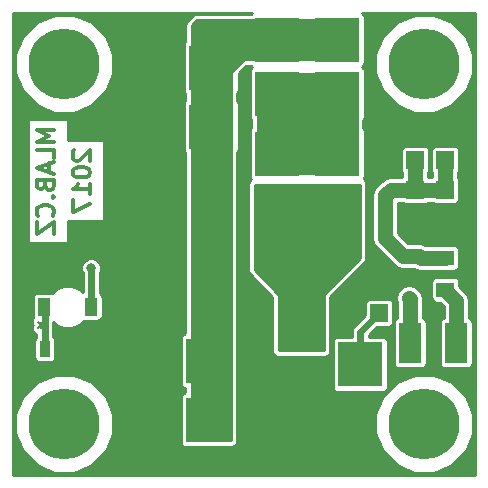
<source format=gbr>
G04 #@! TF.GenerationSoftware,KiCad,Pcbnew,(2017-02-05 revision 431abcf)-makepkg*
G04 #@! TF.CreationDate,2017-06-05T07:49:38+02:00*
G04 #@! TF.ProjectId,UNIPOWER07A,554E49504F5745523037412E6B696361,rev?*
G04 #@! TF.FileFunction,Copper,L2,Bot,Signal*
G04 #@! TF.FilePolarity,Positive*
%FSLAX46Y46*%
G04 Gerber Fmt 4.6, Leading zero omitted, Abs format (unit mm)*
G04 Created by KiCad (PCBNEW (2017-02-05 revision 431abcf)-makepkg) date 06/05/17 07:49:38*
%MOMM*%
%LPD*%
G01*
G04 APERTURE LIST*
%ADD10C,0.300000*%
%ADD11C,0.150000*%
%ADD12C,6.000000*%
%ADD13R,1.500000X1.300000*%
%ADD14R,3.000000X0.700000*%
%ADD15R,3.810000X3.810000*%
%ADD16R,2.499360X2.301240*%
%ADD17R,1.050000X1.500000*%
%ADD18R,1.900000X3.400000*%
%ADD19R,1.524000X1.524000*%
%ADD20R,0.889000X1.397000*%
%ADD21C,0.800000*%
%ADD22C,0.200000*%
%ADD23C,0.600000*%
%ADD24C,1.300000*%
%ADD25C,0.254000*%
G04 APERTURE END LIST*
D10*
X4234571Y29975428D02*
X2734571Y29975428D01*
X3806000Y29475428D01*
X2734571Y28975428D01*
X4234571Y28975428D01*
X4234571Y27546857D02*
X4234571Y28261142D01*
X2734571Y28261142D01*
X3806000Y27118285D02*
X3806000Y26404000D01*
X4234571Y27261142D02*
X2734571Y26761142D01*
X4234571Y26261142D01*
X3448857Y25261142D02*
X3520285Y25046857D01*
X3591714Y24975428D01*
X3734571Y24904000D01*
X3948857Y24904000D01*
X4091714Y24975428D01*
X4163142Y25046857D01*
X4234571Y25189714D01*
X4234571Y25761142D01*
X2734571Y25761142D01*
X2734571Y25261142D01*
X2806000Y25118285D01*
X2877428Y25046857D01*
X3020285Y24975428D01*
X3163142Y24975428D01*
X3306000Y25046857D01*
X3377428Y25118285D01*
X3448857Y25261142D01*
X3448857Y25761142D01*
X4091714Y24261142D02*
X4163142Y24189714D01*
X4234571Y24261142D01*
X4163142Y24332571D01*
X4091714Y24261142D01*
X4234571Y24261142D01*
X4091714Y22689714D02*
X4163142Y22761142D01*
X4234571Y22975428D01*
X4234571Y23118285D01*
X4163142Y23332571D01*
X4020285Y23475428D01*
X3877428Y23546857D01*
X3591714Y23618285D01*
X3377428Y23618285D01*
X3091714Y23546857D01*
X2948857Y23475428D01*
X2806000Y23332571D01*
X2734571Y23118285D01*
X2734571Y22975428D01*
X2806000Y22761142D01*
X2877428Y22689714D01*
X2734571Y22189714D02*
X2734571Y21189714D01*
X4234571Y22189714D01*
X4234571Y21189714D01*
X5925428Y28225428D02*
X5854000Y28154000D01*
X5782571Y28011142D01*
X5782571Y27654000D01*
X5854000Y27511142D01*
X5925428Y27439714D01*
X6068285Y27368285D01*
X6211142Y27368285D01*
X6425428Y27439714D01*
X7282571Y28296857D01*
X7282571Y27368285D01*
X5782571Y26439714D02*
X5782571Y26296857D01*
X5854000Y26154000D01*
X5925428Y26082571D01*
X6068285Y26011142D01*
X6354000Y25939714D01*
X6711142Y25939714D01*
X6996857Y26011142D01*
X7139714Y26082571D01*
X7211142Y26154000D01*
X7282571Y26296857D01*
X7282571Y26439714D01*
X7211142Y26582571D01*
X7139714Y26654000D01*
X6996857Y26725428D01*
X6711142Y26796857D01*
X6354000Y26796857D01*
X6068285Y26725428D01*
X5925428Y26654000D01*
X5854000Y26582571D01*
X5782571Y26439714D01*
X7282571Y24511142D02*
X7282571Y25368285D01*
X7282571Y24939714D02*
X5782571Y24939714D01*
X5996857Y25082571D01*
X6139714Y25225428D01*
X6211142Y25368285D01*
X5782571Y24011142D02*
X5782571Y23011142D01*
X7282571Y23654000D01*
D11*
X3151120Y13479780D02*
X2831080Y13174980D01*
X3113020Y13464540D02*
X2838700Y13736320D01*
X3143500Y13736320D02*
X3148580Y13167360D01*
D12*
X35560000Y35560000D03*
X35560000Y5080000D03*
X5080000Y35560000D03*
X5080000Y5080000D03*
D13*
X37338000Y16430000D03*
D14*
X37338000Y17780000D03*
D13*
X37338000Y19130000D03*
D15*
X25146000Y7008000D03*
X25146000Y13208000D03*
X30146000Y10108000D03*
D16*
X17272000Y18288000D03*
X12974320Y18288000D03*
D17*
X7366000Y14986000D03*
X3366000Y14986000D03*
D15*
X28194000Y27940000D03*
X23114000Y27940000D03*
X23126700Y23368000D03*
X28206700Y23368000D03*
D18*
X38272000Y11938000D03*
X34372000Y11938000D03*
D15*
X17272000Y10414000D03*
X17272000Y5414000D03*
X12192000Y5414000D03*
X12192000Y10414000D03*
D19*
X31750000Y14478000D03*
D15*
X17526000Y35226000D03*
X17526000Y30226000D03*
X12446000Y30226000D03*
X12446000Y35226000D03*
D19*
X34798000Y29972000D03*
X37338000Y29972000D03*
X34798000Y27432000D03*
X37338000Y27432000D03*
X34798000Y24892000D03*
X37338000Y24892000D03*
X34798000Y22352000D03*
X37338000Y22352000D03*
D20*
X3429000Y11430000D03*
X5334000Y11430000D03*
D15*
X28206700Y33020000D03*
X23126700Y33020000D03*
X23114000Y37592000D03*
X28194000Y37592000D03*
D21*
X28448000Y15748000D03*
X28448000Y14224000D03*
X29718000Y14224000D03*
X29718000Y15494000D03*
X30734000Y16510000D03*
X29972000Y17272000D03*
X35560000Y16510000D03*
X34798000Y17780000D03*
X28194000Y7112000D03*
X28194000Y5842000D03*
X28194000Y4572000D03*
X27178000Y3810000D03*
X25908000Y3810000D03*
X24638000Y3810000D03*
X23368000Y3810000D03*
X22098000Y4318000D03*
X22098000Y5588000D03*
X22098000Y6858000D03*
X22098000Y8128000D03*
X22098000Y9398000D03*
X13970000Y16256000D03*
X12700000Y16256000D03*
X14732000Y20320000D03*
X13462000Y20320000D03*
X12446000Y20320000D03*
X11176000Y20320000D03*
X39116000Y20574000D03*
X39116000Y24892000D03*
X39116000Y23622000D03*
X39116000Y22352000D03*
X39116000Y26416000D03*
X39116000Y27686000D03*
X39116000Y28702000D03*
X39116000Y29972000D03*
X33020000Y28448000D03*
X31496000Y28448000D03*
X31496000Y27432000D03*
X33020000Y27432000D03*
X9652000Y25908000D03*
X11176000Y25908000D03*
X12446000Y25908000D03*
X13716000Y25908000D03*
X13716000Y27178000D03*
X12446000Y27178000D03*
X11176000Y27178000D03*
X9652000Y27178000D03*
X10922000Y15240000D03*
X11938000Y15240000D03*
X12954000Y15240000D03*
X12954000Y14224000D03*
X11938000Y14224000D03*
X10922000Y14224000D03*
X10922000Y13208000D03*
X11938000Y13208000D03*
X12954000Y13208000D03*
X17272000Y18288000D03*
X34290000Y15748000D03*
X17272000Y20828000D03*
X7366000Y18288000D03*
D22*
X28448000Y14224000D02*
X28448000Y15748000D01*
X29718000Y15494000D02*
X29718000Y14224000D01*
X29972000Y17272000D02*
X30734000Y16510000D01*
X34798000Y17780000D02*
X34798000Y17272000D01*
X34798000Y17272000D02*
X35560000Y16510000D01*
X28194000Y5842000D02*
X28194000Y7112000D01*
X27178000Y3810000D02*
X27432000Y3810000D01*
X27432000Y3810000D02*
X28194000Y4572000D01*
X25908000Y3810000D02*
X27178000Y3810000D01*
X23368000Y3810000D02*
X24638000Y3810000D01*
X22098000Y5588000D02*
X22098000Y4318000D01*
X22098000Y8128000D02*
X22098000Y6858000D01*
X25146000Y7008000D02*
X25146000Y9113000D01*
X25146000Y9113000D02*
X24861000Y9398000D01*
X24861000Y9398000D02*
X22098000Y9398000D01*
X12974320Y18288000D02*
X12974320Y16937380D01*
X12974320Y16937380D02*
X12700000Y16663060D01*
X12700000Y16663060D02*
X12700000Y16256000D01*
X12446000Y20320000D02*
X13462000Y20320000D01*
X12974320Y18288000D02*
X12875260Y18288000D01*
X12875260Y18288000D02*
X11176000Y19987260D01*
X11176000Y19987260D02*
X11176000Y20320000D01*
X39116000Y23622000D02*
X39116000Y24892000D01*
X37338000Y22352000D02*
X39116000Y22352000D01*
X39116000Y28702000D02*
X39116000Y27686000D01*
X37338000Y29972000D02*
X39116000Y29972000D01*
X31496000Y28448000D02*
X33020000Y28448000D01*
X33020000Y27432000D02*
X31496000Y27432000D01*
X11176000Y25908000D02*
X9652000Y25908000D01*
X13716000Y25908000D02*
X12446000Y25908000D01*
X12446000Y27178000D02*
X13716000Y27178000D01*
X9652000Y27178000D02*
X11176000Y27178000D01*
X11938000Y15240000D02*
X10922000Y15240000D01*
X12954000Y14224000D02*
X12954000Y15240000D01*
X10922000Y14224000D02*
X11938000Y14224000D01*
X11938000Y13208000D02*
X10922000Y13208000D01*
X12192000Y10414000D02*
X12192000Y12519000D01*
X12192000Y12519000D02*
X12881000Y13208000D01*
X12881000Y13208000D02*
X12954000Y13208000D01*
D23*
X30146000Y10108000D02*
X30146000Y12874000D01*
X30146000Y12874000D02*
X31750000Y14478000D01*
D24*
X34372000Y11938000D02*
X34372000Y15666000D01*
X34372000Y15666000D02*
X34290000Y15748000D01*
D23*
X7366000Y14986000D02*
X7366000Y18288000D01*
X17272000Y20828000D02*
X17272000Y29972000D01*
X17272000Y29972000D02*
X17526000Y30226000D01*
D24*
X38272000Y11938000D02*
X38272000Y15496000D01*
X38272000Y15496000D02*
X37338000Y16430000D01*
X37338000Y24892000D02*
X37338000Y27432000D01*
X34798000Y24892000D02*
X34798000Y27432000D01*
X34798000Y24892000D02*
X37338000Y24892000D01*
X37338000Y19130000D02*
X35288000Y19130000D01*
X35288000Y19130000D02*
X35114000Y19304000D01*
X32736000Y24892000D02*
X34798000Y24892000D01*
X35114000Y19304000D02*
X33782000Y19304000D01*
X33782000Y19304000D02*
X32258000Y20828000D01*
X32258000Y20828000D02*
X32258000Y24414000D01*
X32258000Y24414000D02*
X32736000Y24892000D01*
D23*
X3429000Y11430000D02*
X3429000Y14923000D01*
X3429000Y14923000D02*
X3366000Y14986000D01*
D25*
G36*
X20901150Y39804850D02*
X20895905Y39797000D01*
X16256000Y39797000D01*
X16092594Y39764497D01*
X15954065Y39671935D01*
X15446065Y39163935D01*
X15353503Y39025406D01*
X15321000Y38862000D01*
X15321000Y37444095D01*
X15313150Y37438850D01*
X15218775Y37297607D01*
X15185635Y37131000D01*
X15185635Y33321000D01*
X15218775Y33154393D01*
X15313150Y33013150D01*
X15321000Y33007905D01*
X15321000Y32444095D01*
X15313150Y32438850D01*
X15218775Y32297607D01*
X15185635Y32131000D01*
X15185635Y28321000D01*
X15218775Y28154393D01*
X15313150Y28013150D01*
X15321000Y28007905D01*
X15321000Y12745215D01*
X15200393Y12721225D01*
X15059150Y12626850D01*
X14964775Y12485607D01*
X14931635Y12319000D01*
X14931635Y8509000D01*
X14964775Y8342393D01*
X15059150Y8201150D01*
X15200393Y8106775D01*
X15321000Y8082785D01*
X15321000Y7745215D01*
X15200393Y7721225D01*
X15059150Y7626850D01*
X14964775Y7485607D01*
X14931635Y7319000D01*
X14931635Y3509000D01*
X14964775Y3342393D01*
X15059150Y3201150D01*
X15200393Y3106775D01*
X15367000Y3073635D01*
X19177000Y3073635D01*
X19343607Y3106775D01*
X19405022Y3147811D01*
X19467406Y3160208D01*
X19605935Y3252770D01*
X19698497Y3391299D01*
X19731000Y3554705D01*
X19731000Y4262690D01*
X31432285Y4262690D01*
X32059259Y2745296D01*
X33219190Y1583340D01*
X34735487Y953718D01*
X36377310Y952285D01*
X37894704Y1579259D01*
X39056660Y2739190D01*
X39686282Y4255487D01*
X39687715Y5897310D01*
X39060741Y7414704D01*
X37900810Y8576660D01*
X36384513Y9206282D01*
X34742690Y9207715D01*
X33225296Y8580741D01*
X32063340Y7420810D01*
X31433718Y5904513D01*
X31432285Y4262690D01*
X19731000Y4262690D01*
X19731000Y28007905D01*
X19738850Y28013150D01*
X19833225Y28154393D01*
X19866365Y28321000D01*
X19866365Y32131000D01*
X19833225Y32297607D01*
X19738850Y32438850D01*
X19731000Y32444095D01*
X19731000Y33007905D01*
X19738850Y33013150D01*
X19833225Y33154393D01*
X19866365Y33321000D01*
X19866365Y34756495D01*
X20496870Y35387000D01*
X20895905Y35387000D01*
X20901150Y35379150D01*
X21016977Y35301757D01*
X20913850Y35232850D01*
X20819475Y35091607D01*
X20786335Y34925000D01*
X20786335Y31115000D01*
X20819475Y30948393D01*
X20909000Y30814409D01*
X20909000Y30158095D01*
X20901150Y30152850D01*
X20806775Y30011607D01*
X20773635Y29845000D01*
X20773635Y26035000D01*
X20806775Y25868393D01*
X20875424Y25765652D01*
X20780065Y25701935D01*
X20687503Y25563406D01*
X20655000Y25400000D01*
X20655000Y18034000D01*
X20687503Y17870594D01*
X20780065Y17732065D01*
X22687000Y15825130D01*
X22687000Y11176000D01*
X22719503Y11012594D01*
X22812065Y10874065D01*
X22950594Y10781503D01*
X23114000Y10749000D01*
X27178000Y10749000D01*
X27341406Y10781503D01*
X27479935Y10874065D01*
X27572497Y11012594D01*
X27605000Y11176000D01*
X27605000Y12013000D01*
X27805635Y12013000D01*
X27805635Y8203000D01*
X27838775Y8036393D01*
X27933150Y7895150D01*
X28074393Y7800775D01*
X28241000Y7767635D01*
X32051000Y7767635D01*
X32217607Y7800775D01*
X32358850Y7895150D01*
X32453225Y8036393D01*
X32486365Y8203000D01*
X32486365Y12013000D01*
X32453225Y12179607D01*
X32358850Y12320850D01*
X32217607Y12415225D01*
X32051000Y12448365D01*
X30873000Y12448365D01*
X30873000Y12572866D01*
X31580768Y13280635D01*
X32512000Y13280635D01*
X32678607Y13313775D01*
X32819850Y13408150D01*
X32914225Y13549393D01*
X32931849Y13638000D01*
X32986635Y13638000D01*
X32986635Y10238000D01*
X33019775Y10071393D01*
X33114150Y9930150D01*
X33255393Y9835775D01*
X33422000Y9802635D01*
X35322000Y9802635D01*
X35488607Y9835775D01*
X35629850Y9930150D01*
X35724225Y10071393D01*
X35757365Y10238000D01*
X35757365Y13638000D01*
X35724225Y13804607D01*
X35629850Y13945850D01*
X35488607Y14040225D01*
X35449000Y14048103D01*
X35449000Y15666000D01*
X35367018Y16078150D01*
X35133554Y16427554D01*
X35051554Y16509554D01*
X34702150Y16743018D01*
X34290000Y16825000D01*
X33877850Y16743018D01*
X33528446Y16509554D01*
X33294982Y16160150D01*
X33213000Y15748000D01*
X33294982Y15335850D01*
X33295000Y15335823D01*
X33295000Y14048103D01*
X33255393Y14040225D01*
X33114150Y13945850D01*
X33019775Y13804607D01*
X32986635Y13638000D01*
X32931849Y13638000D01*
X32947365Y13716000D01*
X32947365Y15240000D01*
X32914225Y15406607D01*
X32819850Y15547850D01*
X32678607Y15642225D01*
X32512000Y15675365D01*
X30988000Y15675365D01*
X30821393Y15642225D01*
X30680150Y15547850D01*
X30585775Y15406607D01*
X30552635Y15240000D01*
X30552635Y14308768D01*
X29631933Y13388067D01*
X29474340Y13152211D01*
X29474340Y13152210D01*
X29418999Y12874000D01*
X29419000Y12873995D01*
X29419000Y12448365D01*
X28241000Y12448365D01*
X28074393Y12415225D01*
X27933150Y12320850D01*
X27838775Y12179607D01*
X27805635Y12013000D01*
X27605000Y12013000D01*
X27605000Y15825130D01*
X28859870Y17080000D01*
X36152635Y17080000D01*
X36152635Y15780000D01*
X36185775Y15613393D01*
X36280150Y15472150D01*
X36421393Y15377775D01*
X36588000Y15344635D01*
X36900257Y15344635D01*
X37195000Y15049892D01*
X37195000Y14048103D01*
X37155393Y14040225D01*
X37014150Y13945850D01*
X36919775Y13804607D01*
X36886635Y13638000D01*
X36886635Y10238000D01*
X36919775Y10071393D01*
X37014150Y9930150D01*
X37155393Y9835775D01*
X37322000Y9802635D01*
X39222000Y9802635D01*
X39388607Y9835775D01*
X39529850Y9930150D01*
X39624225Y10071393D01*
X39657365Y10238000D01*
X39657365Y13638000D01*
X39624225Y13804607D01*
X39529850Y13945850D01*
X39388607Y14040225D01*
X39349000Y14048103D01*
X39349000Y15496000D01*
X39267018Y15908150D01*
X39033554Y16257554D01*
X38523365Y16767743D01*
X38523365Y17080000D01*
X38490225Y17246607D01*
X38395850Y17387850D01*
X38254607Y17482225D01*
X38088000Y17515365D01*
X36588000Y17515365D01*
X36421393Y17482225D01*
X36280150Y17387850D01*
X36185775Y17246607D01*
X36152635Y17080000D01*
X28859870Y17080000D01*
X30527935Y18748065D01*
X30620497Y18886594D01*
X30653000Y19050000D01*
X30653000Y24414000D01*
X31181000Y24414000D01*
X31181000Y20828000D01*
X31262982Y20415850D01*
X31496446Y20066446D01*
X33020446Y18542446D01*
X33369850Y18308982D01*
X33782000Y18227000D01*
X34738135Y18227000D01*
X34875850Y18134982D01*
X35288000Y18053000D01*
X36545946Y18053000D01*
X36588000Y18044635D01*
X38088000Y18044635D01*
X38254607Y18077775D01*
X38395850Y18172150D01*
X38490225Y18313393D01*
X38523365Y18480000D01*
X38523365Y19780000D01*
X38490225Y19946607D01*
X38395850Y20087850D01*
X38254607Y20182225D01*
X38088000Y20215365D01*
X36588000Y20215365D01*
X36545946Y20207000D01*
X35663865Y20207000D01*
X35526150Y20299018D01*
X35114000Y20381000D01*
X34228108Y20381000D01*
X33335000Y21274108D01*
X33335000Y23815000D01*
X33738851Y23815000D01*
X33869393Y23727775D01*
X34036000Y23694635D01*
X35560000Y23694635D01*
X35726607Y23727775D01*
X35857149Y23815000D01*
X36278851Y23815000D01*
X36409393Y23727775D01*
X36576000Y23694635D01*
X38100000Y23694635D01*
X38266607Y23727775D01*
X38407850Y23822150D01*
X38502225Y23963393D01*
X38535365Y24130000D01*
X38535365Y25654000D01*
X38502225Y25820607D01*
X38415000Y25951149D01*
X38415000Y26372851D01*
X38502225Y26503393D01*
X38535365Y26670000D01*
X38535365Y28194000D01*
X38502225Y28360607D01*
X38407850Y28501850D01*
X38266607Y28596225D01*
X38100000Y28629365D01*
X36576000Y28629365D01*
X36409393Y28596225D01*
X36268150Y28501850D01*
X36173775Y28360607D01*
X36140635Y28194000D01*
X36140635Y26670000D01*
X36173775Y26503393D01*
X36261000Y26372851D01*
X36261000Y25969000D01*
X35875000Y25969000D01*
X35875000Y26372851D01*
X35962225Y26503393D01*
X35995365Y26670000D01*
X35995365Y28194000D01*
X35962225Y28360607D01*
X35867850Y28501850D01*
X35726607Y28596225D01*
X35560000Y28629365D01*
X34036000Y28629365D01*
X33869393Y28596225D01*
X33728150Y28501850D01*
X33633775Y28360607D01*
X33600635Y28194000D01*
X33600635Y26670000D01*
X33633775Y26503393D01*
X33721000Y26372851D01*
X33721000Y25969000D01*
X32736000Y25969000D01*
X32323850Y25887018D01*
X31974446Y25653554D01*
X31496446Y25175554D01*
X31262982Y24826150D01*
X31181000Y24414000D01*
X30653000Y24414000D01*
X30653000Y25400000D01*
X30620497Y25563406D01*
X30527935Y25701935D01*
X30432576Y25765652D01*
X30501225Y25868393D01*
X30534365Y26035000D01*
X30534365Y29845000D01*
X30501225Y30011607D01*
X30406850Y30152850D01*
X30399000Y30158095D01*
X30399000Y30793419D01*
X30419550Y30807150D01*
X30513925Y30948393D01*
X30547065Y31115000D01*
X30547065Y34742690D01*
X31432285Y34742690D01*
X32059259Y33225296D01*
X33219190Y32063340D01*
X34735487Y31433718D01*
X36377310Y31432285D01*
X37894704Y32059259D01*
X39056660Y33219190D01*
X39686282Y34735487D01*
X39687715Y36377310D01*
X39060741Y37894704D01*
X37900810Y39056660D01*
X36384513Y39686282D01*
X34742690Y39687715D01*
X33225296Y39060741D01*
X32063340Y37900810D01*
X31433718Y36384513D01*
X31432285Y34742690D01*
X30547065Y34742690D01*
X30547065Y34925000D01*
X30513925Y35091607D01*
X30419550Y35232850D01*
X30303723Y35310243D01*
X30406850Y35379150D01*
X30501225Y35520393D01*
X30534365Y35687000D01*
X30534365Y39497000D01*
X30501225Y39663607D01*
X30406850Y39804850D01*
X30288393Y39884000D01*
X39884000Y39884000D01*
X39884000Y756000D01*
X756000Y756000D01*
X756000Y4262690D01*
X952285Y4262690D01*
X1579259Y2745296D01*
X2739190Y1583340D01*
X4255487Y953718D01*
X5897310Y952285D01*
X7414704Y1579259D01*
X8576660Y2739190D01*
X9206282Y4255487D01*
X9207715Y5897310D01*
X8580741Y7414704D01*
X7420810Y8576660D01*
X5904513Y9206282D01*
X4262690Y9207715D01*
X2745296Y8580741D01*
X1583340Y7420810D01*
X953718Y5904513D01*
X952285Y4262690D01*
X756000Y4262690D01*
X756000Y13187220D01*
X2329229Y13187220D01*
X2362746Y12994238D01*
X2467563Y12828773D01*
X2627721Y12716014D01*
X2702000Y12699347D01*
X2702000Y12453288D01*
X2676650Y12436350D01*
X2582275Y12295107D01*
X2549135Y12128500D01*
X2549135Y10731500D01*
X2582275Y10564893D01*
X2676650Y10423650D01*
X2817893Y10329275D01*
X2984500Y10296135D01*
X3873500Y10296135D01*
X4040107Y10329275D01*
X4181350Y10423650D01*
X4275725Y10564893D01*
X4308865Y10731500D01*
X4308865Y12128500D01*
X4275725Y12295107D01*
X4181350Y12436350D01*
X4156000Y12453288D01*
X4156000Y13682861D01*
X4358096Y13480412D01*
X5010982Y13209310D01*
X5717916Y13208693D01*
X6371274Y13478655D01*
X6718272Y13825047D01*
X6841000Y13800635D01*
X7891000Y13800635D01*
X8057607Y13833775D01*
X8198850Y13928150D01*
X8293225Y14069393D01*
X8326365Y14236000D01*
X8326365Y15736000D01*
X8293225Y15902607D01*
X8198850Y16043850D01*
X8093000Y16114576D01*
X8093000Y17882297D01*
X8192856Y18122778D01*
X8193143Y18451779D01*
X8067505Y18755846D01*
X7835070Y18988688D01*
X7531222Y19114856D01*
X7202221Y19115143D01*
X6898154Y18989505D01*
X6665312Y18757070D01*
X6539144Y18453222D01*
X6538857Y18124221D01*
X6639000Y17881857D01*
X6639000Y16226029D01*
X6373904Y16491588D01*
X5721018Y16762690D01*
X5014084Y16763307D01*
X4360726Y16493345D01*
X4013728Y16146953D01*
X3891000Y16171365D01*
X2841000Y16171365D01*
X2674393Y16138225D01*
X2533150Y16043850D01*
X2438775Y15902607D01*
X2405635Y15736000D01*
X2405635Y14236000D01*
X2438775Y14069393D01*
X2453811Y14046889D01*
X2374024Y13926268D01*
X2336705Y13733985D01*
X2375811Y13542057D01*
X2430417Y13461150D01*
X2372114Y13378339D01*
X2329229Y13187220D01*
X756000Y13187220D01*
X756000Y30909572D01*
X1974000Y30909572D01*
X1974000Y20398429D01*
X5378000Y20398429D01*
X5378000Y22219857D01*
X8426000Y22219857D01*
X8426000Y29088143D01*
X5378000Y29088143D01*
X5378000Y30909572D01*
X1974000Y30909572D01*
X756000Y30909572D01*
X756000Y34742690D01*
X952285Y34742690D01*
X1579259Y33225296D01*
X2739190Y32063340D01*
X4255487Y31433718D01*
X5897310Y31432285D01*
X7414704Y32059259D01*
X8576660Y33219190D01*
X9206282Y34735487D01*
X9207715Y36377310D01*
X8580741Y37894704D01*
X7420810Y39056660D01*
X5904513Y39686282D01*
X4262690Y39687715D01*
X2745296Y39060741D01*
X1583340Y37900810D01*
X953718Y36384513D01*
X952285Y34742690D01*
X756000Y34742690D01*
X756000Y39884000D01*
X21019607Y39884000D01*
X20901150Y39804850D01*
X20901150Y39804850D01*
G37*
X20901150Y39804850D02*
X20895905Y39797000D01*
X16256000Y39797000D01*
X16092594Y39764497D01*
X15954065Y39671935D01*
X15446065Y39163935D01*
X15353503Y39025406D01*
X15321000Y38862000D01*
X15321000Y37444095D01*
X15313150Y37438850D01*
X15218775Y37297607D01*
X15185635Y37131000D01*
X15185635Y33321000D01*
X15218775Y33154393D01*
X15313150Y33013150D01*
X15321000Y33007905D01*
X15321000Y32444095D01*
X15313150Y32438850D01*
X15218775Y32297607D01*
X15185635Y32131000D01*
X15185635Y28321000D01*
X15218775Y28154393D01*
X15313150Y28013150D01*
X15321000Y28007905D01*
X15321000Y12745215D01*
X15200393Y12721225D01*
X15059150Y12626850D01*
X14964775Y12485607D01*
X14931635Y12319000D01*
X14931635Y8509000D01*
X14964775Y8342393D01*
X15059150Y8201150D01*
X15200393Y8106775D01*
X15321000Y8082785D01*
X15321000Y7745215D01*
X15200393Y7721225D01*
X15059150Y7626850D01*
X14964775Y7485607D01*
X14931635Y7319000D01*
X14931635Y3509000D01*
X14964775Y3342393D01*
X15059150Y3201150D01*
X15200393Y3106775D01*
X15367000Y3073635D01*
X19177000Y3073635D01*
X19343607Y3106775D01*
X19405022Y3147811D01*
X19467406Y3160208D01*
X19605935Y3252770D01*
X19698497Y3391299D01*
X19731000Y3554705D01*
X19731000Y4262690D01*
X31432285Y4262690D01*
X32059259Y2745296D01*
X33219190Y1583340D01*
X34735487Y953718D01*
X36377310Y952285D01*
X37894704Y1579259D01*
X39056660Y2739190D01*
X39686282Y4255487D01*
X39687715Y5897310D01*
X39060741Y7414704D01*
X37900810Y8576660D01*
X36384513Y9206282D01*
X34742690Y9207715D01*
X33225296Y8580741D01*
X32063340Y7420810D01*
X31433718Y5904513D01*
X31432285Y4262690D01*
X19731000Y4262690D01*
X19731000Y28007905D01*
X19738850Y28013150D01*
X19833225Y28154393D01*
X19866365Y28321000D01*
X19866365Y32131000D01*
X19833225Y32297607D01*
X19738850Y32438850D01*
X19731000Y32444095D01*
X19731000Y33007905D01*
X19738850Y33013150D01*
X19833225Y33154393D01*
X19866365Y33321000D01*
X19866365Y34756495D01*
X20496870Y35387000D01*
X20895905Y35387000D01*
X20901150Y35379150D01*
X21016977Y35301757D01*
X20913850Y35232850D01*
X20819475Y35091607D01*
X20786335Y34925000D01*
X20786335Y31115000D01*
X20819475Y30948393D01*
X20909000Y30814409D01*
X20909000Y30158095D01*
X20901150Y30152850D01*
X20806775Y30011607D01*
X20773635Y29845000D01*
X20773635Y26035000D01*
X20806775Y25868393D01*
X20875424Y25765652D01*
X20780065Y25701935D01*
X20687503Y25563406D01*
X20655000Y25400000D01*
X20655000Y18034000D01*
X20687503Y17870594D01*
X20780065Y17732065D01*
X22687000Y15825130D01*
X22687000Y11176000D01*
X22719503Y11012594D01*
X22812065Y10874065D01*
X22950594Y10781503D01*
X23114000Y10749000D01*
X27178000Y10749000D01*
X27341406Y10781503D01*
X27479935Y10874065D01*
X27572497Y11012594D01*
X27605000Y11176000D01*
X27605000Y12013000D01*
X27805635Y12013000D01*
X27805635Y8203000D01*
X27838775Y8036393D01*
X27933150Y7895150D01*
X28074393Y7800775D01*
X28241000Y7767635D01*
X32051000Y7767635D01*
X32217607Y7800775D01*
X32358850Y7895150D01*
X32453225Y8036393D01*
X32486365Y8203000D01*
X32486365Y12013000D01*
X32453225Y12179607D01*
X32358850Y12320850D01*
X32217607Y12415225D01*
X32051000Y12448365D01*
X30873000Y12448365D01*
X30873000Y12572866D01*
X31580768Y13280635D01*
X32512000Y13280635D01*
X32678607Y13313775D01*
X32819850Y13408150D01*
X32914225Y13549393D01*
X32931849Y13638000D01*
X32986635Y13638000D01*
X32986635Y10238000D01*
X33019775Y10071393D01*
X33114150Y9930150D01*
X33255393Y9835775D01*
X33422000Y9802635D01*
X35322000Y9802635D01*
X35488607Y9835775D01*
X35629850Y9930150D01*
X35724225Y10071393D01*
X35757365Y10238000D01*
X35757365Y13638000D01*
X35724225Y13804607D01*
X35629850Y13945850D01*
X35488607Y14040225D01*
X35449000Y14048103D01*
X35449000Y15666000D01*
X35367018Y16078150D01*
X35133554Y16427554D01*
X35051554Y16509554D01*
X34702150Y16743018D01*
X34290000Y16825000D01*
X33877850Y16743018D01*
X33528446Y16509554D01*
X33294982Y16160150D01*
X33213000Y15748000D01*
X33294982Y15335850D01*
X33295000Y15335823D01*
X33295000Y14048103D01*
X33255393Y14040225D01*
X33114150Y13945850D01*
X33019775Y13804607D01*
X32986635Y13638000D01*
X32931849Y13638000D01*
X32947365Y13716000D01*
X32947365Y15240000D01*
X32914225Y15406607D01*
X32819850Y15547850D01*
X32678607Y15642225D01*
X32512000Y15675365D01*
X30988000Y15675365D01*
X30821393Y15642225D01*
X30680150Y15547850D01*
X30585775Y15406607D01*
X30552635Y15240000D01*
X30552635Y14308768D01*
X29631933Y13388067D01*
X29474340Y13152211D01*
X29474340Y13152210D01*
X29418999Y12874000D01*
X29419000Y12873995D01*
X29419000Y12448365D01*
X28241000Y12448365D01*
X28074393Y12415225D01*
X27933150Y12320850D01*
X27838775Y12179607D01*
X27805635Y12013000D01*
X27605000Y12013000D01*
X27605000Y15825130D01*
X28859870Y17080000D01*
X36152635Y17080000D01*
X36152635Y15780000D01*
X36185775Y15613393D01*
X36280150Y15472150D01*
X36421393Y15377775D01*
X36588000Y15344635D01*
X36900257Y15344635D01*
X37195000Y15049892D01*
X37195000Y14048103D01*
X37155393Y14040225D01*
X37014150Y13945850D01*
X36919775Y13804607D01*
X36886635Y13638000D01*
X36886635Y10238000D01*
X36919775Y10071393D01*
X37014150Y9930150D01*
X37155393Y9835775D01*
X37322000Y9802635D01*
X39222000Y9802635D01*
X39388607Y9835775D01*
X39529850Y9930150D01*
X39624225Y10071393D01*
X39657365Y10238000D01*
X39657365Y13638000D01*
X39624225Y13804607D01*
X39529850Y13945850D01*
X39388607Y14040225D01*
X39349000Y14048103D01*
X39349000Y15496000D01*
X39267018Y15908150D01*
X39033554Y16257554D01*
X38523365Y16767743D01*
X38523365Y17080000D01*
X38490225Y17246607D01*
X38395850Y17387850D01*
X38254607Y17482225D01*
X38088000Y17515365D01*
X36588000Y17515365D01*
X36421393Y17482225D01*
X36280150Y17387850D01*
X36185775Y17246607D01*
X36152635Y17080000D01*
X28859870Y17080000D01*
X30527935Y18748065D01*
X30620497Y18886594D01*
X30653000Y19050000D01*
X30653000Y24414000D01*
X31181000Y24414000D01*
X31181000Y20828000D01*
X31262982Y20415850D01*
X31496446Y20066446D01*
X33020446Y18542446D01*
X33369850Y18308982D01*
X33782000Y18227000D01*
X34738135Y18227000D01*
X34875850Y18134982D01*
X35288000Y18053000D01*
X36545946Y18053000D01*
X36588000Y18044635D01*
X38088000Y18044635D01*
X38254607Y18077775D01*
X38395850Y18172150D01*
X38490225Y18313393D01*
X38523365Y18480000D01*
X38523365Y19780000D01*
X38490225Y19946607D01*
X38395850Y20087850D01*
X38254607Y20182225D01*
X38088000Y20215365D01*
X36588000Y20215365D01*
X36545946Y20207000D01*
X35663865Y20207000D01*
X35526150Y20299018D01*
X35114000Y20381000D01*
X34228108Y20381000D01*
X33335000Y21274108D01*
X33335000Y23815000D01*
X33738851Y23815000D01*
X33869393Y23727775D01*
X34036000Y23694635D01*
X35560000Y23694635D01*
X35726607Y23727775D01*
X35857149Y23815000D01*
X36278851Y23815000D01*
X36409393Y23727775D01*
X36576000Y23694635D01*
X38100000Y23694635D01*
X38266607Y23727775D01*
X38407850Y23822150D01*
X38502225Y23963393D01*
X38535365Y24130000D01*
X38535365Y25654000D01*
X38502225Y25820607D01*
X38415000Y25951149D01*
X38415000Y26372851D01*
X38502225Y26503393D01*
X38535365Y26670000D01*
X38535365Y28194000D01*
X38502225Y28360607D01*
X38407850Y28501850D01*
X38266607Y28596225D01*
X38100000Y28629365D01*
X36576000Y28629365D01*
X36409393Y28596225D01*
X36268150Y28501850D01*
X36173775Y28360607D01*
X36140635Y28194000D01*
X36140635Y26670000D01*
X36173775Y26503393D01*
X36261000Y26372851D01*
X36261000Y25969000D01*
X35875000Y25969000D01*
X35875000Y26372851D01*
X35962225Y26503393D01*
X35995365Y26670000D01*
X35995365Y28194000D01*
X35962225Y28360607D01*
X35867850Y28501850D01*
X35726607Y28596225D01*
X35560000Y28629365D01*
X34036000Y28629365D01*
X33869393Y28596225D01*
X33728150Y28501850D01*
X33633775Y28360607D01*
X33600635Y28194000D01*
X33600635Y26670000D01*
X33633775Y26503393D01*
X33721000Y26372851D01*
X33721000Y25969000D01*
X32736000Y25969000D01*
X32323850Y25887018D01*
X31974446Y25653554D01*
X31496446Y25175554D01*
X31262982Y24826150D01*
X31181000Y24414000D01*
X30653000Y24414000D01*
X30653000Y25400000D01*
X30620497Y25563406D01*
X30527935Y25701935D01*
X30432576Y25765652D01*
X30501225Y25868393D01*
X30534365Y26035000D01*
X30534365Y29845000D01*
X30501225Y30011607D01*
X30406850Y30152850D01*
X30399000Y30158095D01*
X30399000Y30793419D01*
X30419550Y30807150D01*
X30513925Y30948393D01*
X30547065Y31115000D01*
X30547065Y34742690D01*
X31432285Y34742690D01*
X32059259Y33225296D01*
X33219190Y32063340D01*
X34735487Y31433718D01*
X36377310Y31432285D01*
X37894704Y32059259D01*
X39056660Y33219190D01*
X39686282Y34735487D01*
X39687715Y36377310D01*
X39060741Y37894704D01*
X37900810Y39056660D01*
X36384513Y39686282D01*
X34742690Y39687715D01*
X33225296Y39060741D01*
X32063340Y37900810D01*
X31433718Y36384513D01*
X31432285Y34742690D01*
X30547065Y34742690D01*
X30547065Y34925000D01*
X30513925Y35091607D01*
X30419550Y35232850D01*
X30303723Y35310243D01*
X30406850Y35379150D01*
X30501225Y35520393D01*
X30534365Y35687000D01*
X30534365Y39497000D01*
X30501225Y39663607D01*
X30406850Y39804850D01*
X30288393Y39884000D01*
X39884000Y39884000D01*
X39884000Y756000D01*
X756000Y756000D01*
X756000Y4262690D01*
X952285Y4262690D01*
X1579259Y2745296D01*
X2739190Y1583340D01*
X4255487Y953718D01*
X5897310Y952285D01*
X7414704Y1579259D01*
X8576660Y2739190D01*
X9206282Y4255487D01*
X9207715Y5897310D01*
X8580741Y7414704D01*
X7420810Y8576660D01*
X5904513Y9206282D01*
X4262690Y9207715D01*
X2745296Y8580741D01*
X1583340Y7420810D01*
X953718Y5904513D01*
X952285Y4262690D01*
X756000Y4262690D01*
X756000Y13187220D01*
X2329229Y13187220D01*
X2362746Y12994238D01*
X2467563Y12828773D01*
X2627721Y12716014D01*
X2702000Y12699347D01*
X2702000Y12453288D01*
X2676650Y12436350D01*
X2582275Y12295107D01*
X2549135Y12128500D01*
X2549135Y10731500D01*
X2582275Y10564893D01*
X2676650Y10423650D01*
X2817893Y10329275D01*
X2984500Y10296135D01*
X3873500Y10296135D01*
X4040107Y10329275D01*
X4181350Y10423650D01*
X4275725Y10564893D01*
X4308865Y10731500D01*
X4308865Y12128500D01*
X4275725Y12295107D01*
X4181350Y12436350D01*
X4156000Y12453288D01*
X4156000Y13682861D01*
X4358096Y13480412D01*
X5010982Y13209310D01*
X5717916Y13208693D01*
X6371274Y13478655D01*
X6718272Y13825047D01*
X6841000Y13800635D01*
X7891000Y13800635D01*
X8057607Y13833775D01*
X8198850Y13928150D01*
X8293225Y14069393D01*
X8326365Y14236000D01*
X8326365Y15736000D01*
X8293225Y15902607D01*
X8198850Y16043850D01*
X8093000Y16114576D01*
X8093000Y17882297D01*
X8192856Y18122778D01*
X8193143Y18451779D01*
X8067505Y18755846D01*
X7835070Y18988688D01*
X7531222Y19114856D01*
X7202221Y19115143D01*
X6898154Y18989505D01*
X6665312Y18757070D01*
X6539144Y18453222D01*
X6538857Y18124221D01*
X6639000Y17881857D01*
X6639000Y16226029D01*
X6373904Y16491588D01*
X5721018Y16762690D01*
X5014084Y16763307D01*
X4360726Y16493345D01*
X4013728Y16146953D01*
X3891000Y16171365D01*
X2841000Y16171365D01*
X2674393Y16138225D01*
X2533150Y16043850D01*
X2438775Y15902607D01*
X2405635Y15736000D01*
X2405635Y14236000D01*
X2438775Y14069393D01*
X2453811Y14046889D01*
X2374024Y13926268D01*
X2336705Y13733985D01*
X2375811Y13542057D01*
X2430417Y13461150D01*
X2372114Y13378339D01*
X2329229Y13187220D01*
X756000Y13187220D01*
X756000Y30909572D01*
X1974000Y30909572D01*
X1974000Y20398429D01*
X5378000Y20398429D01*
X5378000Y22219857D01*
X8426000Y22219857D01*
X8426000Y29088143D01*
X5378000Y29088143D01*
X5378000Y30909572D01*
X1974000Y30909572D01*
X756000Y30909572D01*
X756000Y34742690D01*
X952285Y34742690D01*
X1579259Y33225296D01*
X2739190Y32063340D01*
X4255487Y31433718D01*
X5897310Y31432285D01*
X7414704Y32059259D01*
X8576660Y33219190D01*
X9206282Y34735487D01*
X9207715Y36377310D01*
X8580741Y37894704D01*
X7420810Y39056660D01*
X5904513Y39686282D01*
X4262690Y39687715D01*
X2745296Y39060741D01*
X1583340Y37900810D01*
X953718Y36384513D01*
X952285Y34742690D01*
X756000Y34742690D01*
X756000Y39884000D01*
X21019607Y39884000D01*
X20901150Y39804850D01*
G36*
X30099000Y19102606D02*
X27088197Y16091803D01*
X27060667Y16050601D01*
X27051000Y16002000D01*
X27051000Y11303000D01*
X23241000Y11303000D01*
X23241000Y16002000D01*
X23231333Y16050601D01*
X23203803Y16091803D01*
X21209000Y18086606D01*
X21209000Y25273000D01*
X30099000Y25273000D01*
X30099000Y19102606D01*
X30099000Y19102606D01*
G37*
X30099000Y19102606D02*
X27088197Y16091803D01*
X27060667Y16050601D01*
X27051000Y16002000D01*
X27051000Y11303000D01*
X23241000Y11303000D01*
X23241000Y16002000D01*
X23231333Y16050601D01*
X23203803Y16091803D01*
X21209000Y18086606D01*
X21209000Y25273000D01*
X30099000Y25273000D01*
X30099000Y19102606D01*
G36*
X29845000Y26289000D02*
X21463000Y26289000D01*
X21463000Y34671000D01*
X29845000Y34671000D01*
X29845000Y26289000D01*
X29845000Y26289000D01*
G37*
X29845000Y26289000D02*
X21463000Y26289000D01*
X21463000Y34671000D01*
X29845000Y34671000D01*
X29845000Y26289000D01*
G36*
X29845000Y35941000D02*
X20320000Y35941000D01*
X20271399Y35931333D01*
X20230197Y35903803D01*
X19214197Y34887803D01*
X19186667Y34846601D01*
X19177000Y34798000D01*
X19177000Y3681751D01*
X15875000Y3682954D01*
X15875000Y38809394D01*
X16308606Y39243000D01*
X29845000Y39243000D01*
X29845000Y35941000D01*
X29845000Y35941000D01*
G37*
X29845000Y35941000D02*
X20320000Y35941000D01*
X20271399Y35931333D01*
X20230197Y35903803D01*
X19214197Y34887803D01*
X19186667Y34846601D01*
X19177000Y34798000D01*
X19177000Y3681751D01*
X15875000Y3682954D01*
X15875000Y38809394D01*
X16308606Y39243000D01*
X29845000Y39243000D01*
X29845000Y35941000D01*
M02*

</source>
